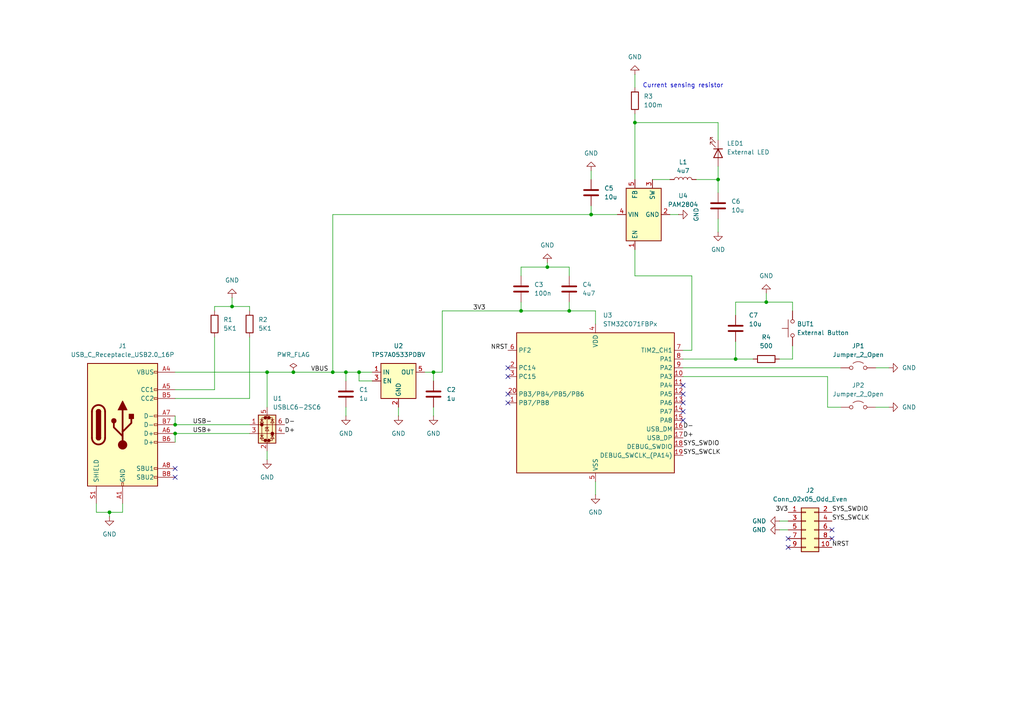
<source format=kicad_sch>
(kicad_sch (version 20250114) (generator "eeschema") (generator_version "9.0")
  (paper "A4")
  (lib_symbols
    (symbol "Connector:USB_C_Receptacle_USB2.0_16P" (pin_names (offset 1.016))
      (property "Reference" "J" (at 0 22.225 0))
      (property "Value" "USB_C_Receptacle_USB2.0_16P" (at 0 19.685 0))
      (symbol "USB_C_Receptacle_USB2.0_16P_0_0"
        (rectangle (start -0.254 -17.78) (end 0.254 -16.764))
        (rectangle (start 10.16 15.494) (end 9.144 14.986))
        (rectangle (start 10.16 10.414) (end 9.144 9.906))
        (rectangle (start 10.16 7.874) (end 9.144 7.366))
        (rectangle (start 10.16 2.794) (end 9.144 2.286))
        (rectangle (start 10.16 0.254) (end 9.144 -0.254))
        (rectangle (start 10.16 -2.286) (end 9.144 -2.794))
        (rectangle (start 10.16 -4.826) (end 9.144 -5.334))
        (rectangle (start 10.16 -12.446) (end 9.144 -12.954))
        (rectangle (start 10.16 -14.986) (end 9.144 -15.494))
      )
      (symbol "USB_C_Receptacle_USB2.0_16P_0_1"
        (rectangle (start -10.16 17.78) (end 10.16 -17.78) (stroke (width 0.254)) (fill (type background)))
        (polyline (pts (xy -8.89 -3.81) (xy -8.89 3.81)) (stroke (width 0.508)))
        (rectangle (start -7.62 -3.81) (end -6.35 3.81) (stroke (width 0.254)) (fill (type outline)))
        (arc (start -7.62 3.81) (mid -6.985 4.4423) (end -6.35 3.81) (stroke (width 0.254)))
        (arc (start -7.62 3.81) (mid -6.985 4.4423) (end -6.35 3.81) (stroke (width 0.254)) (fill (type outline)))
        (arc (start -8.89 3.81) (mid -6.985 5.7067) (end -5.08 3.81) (stroke (width 0.508)))
        (arc (start -5.08 -3.81) (mid -6.985 -5.7067) (end -8.89 -3.81) (stroke (width 0.508)))
        (arc (start -6.35 -3.81) (mid -6.985 -4.4423) (end -7.62 -3.81) (stroke (width 0.254)))
        (arc (start -6.35 -3.81) (mid -6.985 -4.4423) (end -7.62 -3.81) (stroke (width 0.254)) (fill (type outline)))
        (polyline (pts (xy -5.08 3.81) (xy -5.08 -3.81)) (stroke (width 0.508)))
        (circle (center -2.54 1.143) (radius 0.635) (stroke (width 0.254)) (fill (type outline)))
        (polyline (pts (xy -1.27 4.318) (xy 0 6.858) (xy 1.27 4.318) (xy -1.27 4.318)) (stroke (width 0.254)) (fill (type outline)))
        (polyline (pts (xy 0 -2.032) (xy 2.54 0.508) (xy 2.54 1.778)) (stroke (width 0.508)))
        (polyline (pts (xy 0 -3.302) (xy -2.54 -0.762) (xy -2.54 0.508)) (stroke (width 0.508)))
        (polyline (pts (xy 0 -5.842) (xy 0 4.318)) (stroke (width 0.508)))
        (circle (center 0 -5.842) (radius 1.27) (fill (type outline)))
        (rectangle (start 1.905 1.778) (end 3.175 3.048) (stroke (width 0.254)) (fill (type outline)))
      )
      (symbol "USB_C_Receptacle_USB2.0_16P_1_1"
        (pin passive line (at -7.62 -22.86 90) (length 5.08) (name "SHIELD") (number "S1"))
        (pin passive line (at 0 -22.86 90) (length 5.08) (name "GND") (number "A1"))
        (pin passive line (at 0 -22.86 90) (length 5.08) (hide yes) (name "GND") (number "A12"))
        (pin passive line (at 0 -22.86 90) (length 5.08) (hide yes) (name "GND") (number "B1"))
        (pin passive line (at 0 -22.86 90) (length 5.08) (hide yes) (name "GND") (number "B12"))
        (pin passive line (at 15.24 15.24 180) (length 5.08) (name "VBUS") (number "A4"))
        (pin passive line (at 15.24 15.24 180) (length 5.08) (hide yes) (name "VBUS") (number "A9"))
        (pin passive line (at 15.24 15.24 180) (length 5.08) (hide yes) (name "VBUS") (number "B4"))
        (pin passive line (at 15.24 15.24 180) (length 5.08) (hide yes) (name "VBUS") (number "B9"))
        (pin bidirectional line (at 15.24 10.16 180) (length 5.08) (name "CC1") (number "A5"))
        (pin bidirectional line (at 15.24 7.62 180) (length 5.08) (name "CC2") (number "B5"))
        (pin bidirectional line (at 15.24 2.54 180) (length 5.08) (name "D-") (number "A7"))
        (pin bidirectional line (at 15.24 0 180) (length 5.08) (name "D-") (number "B7"))
        (pin bidirectional line (at 15.24 -2.54 180) (length 5.08) (name "D+") (number "A6"))
        (pin bidirectional line (at 15.24 -5.08 180) (length 5.08) (name "D+") (number "B6"))
        (pin bidirectional line (at 15.24 -12.7 180) (length 5.08) (name "SBU1") (number "A8"))
        (pin bidirectional line (at 15.24 -15.24 180) (length 5.08) (name "SBU2") (number "B8"))
      )
    )
    (symbol "Connector_Generic:Conn_02x05_Odd_Even" (pin_names (offset 1.016) (hide yes))
      (property "Reference" "J" (at 1.27 7.62 0))
      (property "Value" "Conn_02x05_Odd_Even" (at 1.27 -7.62 0))
      (symbol "Conn_02x05_Odd_Even_1_1"
        (rectangle (start -1.27 6.35) (end 3.81 -6.35) (stroke (width 0.254)) (fill (type background)))
        (rectangle (start -1.27 5.207) (end 0 4.953) (stroke (width 0.1524)))
        (rectangle (start -1.27 2.667) (end 0 2.413) (stroke (width 0.1524)))
        (rectangle (start -1.27 0.127) (end 0 -0.127) (stroke (width 0.1524)))
        (rectangle (start -1.27 -2.413) (end 0 -2.667) (stroke (width 0.1524)))
        (rectangle (start -1.27 -4.953) (end 0 -5.207) (stroke (width 0.1524)))
        (rectangle (start 3.81 5.207) (end 2.54 4.953) (stroke (width 0.1524)))
        (rectangle (start 3.81 2.667) (end 2.54 2.413) (stroke (width 0.1524)))
        (rectangle (start 3.81 0.127) (end 2.54 -0.127) (stroke (width 0.1524)))
        (rectangle (start 3.81 -2.413) (end 2.54 -2.667) (stroke (width 0.1524)))
        (rectangle (start 3.81 -4.953) (end 2.54 -5.207) (stroke (width 0.1524)))
        (pin passive line (at -5.08 5.08 0) (length 3.81) (name "Pin_1") (number "1"))
        (pin passive line (at -5.08 2.54 0) (length 3.81) (name "Pin_3") (number "3"))
        (pin passive line (at -5.08 0 0) (length 3.81) (name "Pin_5") (number "5"))
        (pin passive line (at -5.08 -2.54 0) (length 3.81) (name "Pin_7") (number "7"))
        (pin passive line (at -5.08 -5.08 0) (length 3.81) (name "Pin_9") (number "9"))
        (pin passive line (at 7.62 5.08 180) (length 3.81) (name "Pin_2") (number "2"))
        (pin passive line (at 7.62 2.54 180) (length 3.81) (name "Pin_4") (number "4"))
        (pin passive line (at 7.62 0 180) (length 3.81) (name "Pin_6") (number "6"))
        (pin passive line (at 7.62 -2.54 180) (length 3.81) (name "Pin_8") (number "8"))
        (pin passive line (at 7.62 -5.08 180) (length 3.81) (name "Pin_10") (number "10"))
      )
    )
    (symbol "Device:C" (pin_numbers (hide yes)) (pin_names (offset 0.254))
      (property "Reference" "C" (at 0.635 2.54 0))
      (property "Value" "C" (at 0.635 -2.54 0))
      (symbol "C_0_1"
        (polyline (pts (xy -2.032 0.762) (xy 2.032 0.762)) (stroke (width 0.508)))
        (polyline (pts (xy -2.032 -0.762) (xy 2.032 -0.762)) (stroke (width 0.508)))
      )
      (symbol "C_1_1"
        (pin passive line (at 0 3.81 270) (length 2.794) (name "~") (number "1"))
        (pin passive line (at 0 -3.81 90) (length 2.794) (name "~") (number "2"))
      )
    )
    (symbol "Device:L" (pin_numbers (hide yes)) (pin_names (offset 1.016) (hide yes))
      (property "Reference" "L" (at -1.27 0 90))
      (property "Value" "L" (at 1.905 0 90))
      (symbol "L_0_1"
        (arc (start 0 2.54) (mid 0.6323 1.905) (end 0 1.27))
        (arc (start 0 1.27) (mid 0.6323 0.635) (end 0 0))
        (arc (start 0 0) (mid 0.6323 -0.635) (end 0 -1.27))
        (arc (start 0 -1.27) (mid 0.6323 -1.905) (end 0 -2.54))
      )
      (symbol "L_1_1"
        (pin passive line (at 0 3.81 270) (length 1.27) (name "1") (number "1"))
        (pin passive line (at 0 -3.81 90) (length 1.27) (name "2") (number "2"))
      )
    )
    (symbol "Device:LED" (pin_numbers (hide yes)) (pin_names (offset 1.016) (hide yes))
      (property "Reference" "D" (at 0 2.54 0))
      (property "Value" "LED" (at 0 -2.54 0))
      (symbol "LED_0_1"
        (polyline (pts (xy -3.048 -0.762) (xy -4.572 -2.286) (xy -3.81 -2.286) (xy -4.572 -2.286) (xy -4.572 -1.524)))
        (polyline (pts (xy -1.778 -0.762) (xy -3.302 -2.286) (xy -2.54 -2.286) (xy -3.302 -2.286) (xy -3.302 -1.524)))
        (polyline (pts (xy -1.27 0) (xy 1.27 0)))
        (polyline (pts (xy -1.27 -1.27) (xy -1.27 1.27)) (stroke (width 0.254)))
        (polyline (pts (xy 1.27 -1.27) (xy 1.27 1.27) (xy -1.27 0) (xy 1.27 -1.27)) (stroke (width 0.254)))
      )
      (symbol "LED_1_1"
        (pin passive line (at -3.81 0 0) (length 2.54) (name "K") (number "1"))
        (pin passive line (at 3.81 0 180) (length 2.54) (name "A") (number "2"))
      )
    )
    (symbol "Device:R" (pin_numbers (hide yes)) (pin_names (offset 0))
      (property "Reference" "R" (at 2.032 0 90))
      (property "Value" "R" (at 0 0 90))
      (symbol "R_0_1"
        (rectangle (start -1.016 -2.54) (end 1.016 2.54) (stroke (width 0.254)))
      )
      (symbol "R_1_1"
        (pin passive line (at 0 3.81 270) (length 1.27) (name "~") (number "1"))
        (pin passive line (at 0 -3.81 90) (length 1.27) (name "~") (number "2"))
      )
    )
    (symbol "Jumper:Jumper_2_Open" (pin_numbers (hide yes)) (pin_names (offset 0) (hide yes))
      (property "Reference" "JP" (at 0 2.794 0))
      (property "Value" "Jumper_2_Open" (at 0 -2.286 0))
      (symbol "Jumper_2_Open_0_0"
        (circle (center -2.032 0) (radius 0.508))
        (circle (center 2.032 0) (radius 0.508))
      )
      (symbol "Jumper_2_Open_0_1"
        (arc (start -1.524 1.27) (mid 0 1.778) (end 1.524 1.27))
      )
      (symbol "Jumper_2_Open_1_1"
        (pin passive line (at -5.08 0 0) (length 2.54) (name "A") (number "1"))
        (pin passive line (at 5.08 0 180) (length 2.54) (name "B") (number "2"))
      )
    )
    (symbol "MCU_ST_STM32C0:STM32C071FBPx"
      (property "Reference" "U" (at -22.86 21.59 0))
      (property "Value" "STM32C071FBPx" (at 2.54 21.59 0))
      (symbol "STM32C071FBPx_0_1"
        (rectangle (start -22.86 -20.32) (end 22.86 20.32) (stroke (width 0.254)) (fill (type background)))
      )
      (symbol "STM32C071FBPx_1_1"
        (pin bidirectional line (at -25.4 15.24 0) (length 2.54) (name "PF2") (number "6"))
        (pin bidirectional line (at -25.4 10.16 0) (length 2.54) (name "PC14") (number "2"))
        (pin bidirectional line (at -25.4 7.62 0) (length 2.54) (name "PC15") (number "3"))
        (pin bidirectional line (at -25.4 2.54 0) (length 2.54) (name "PB3/PB4/PB5/PB6") (number "20"))
        (pin bidirectional line (at -25.4 0 0) (length 2.54) (name "PB7/PB8") (number "1"))
        (pin power_in line (at 0 22.86 270) (length 2.54) (name "VDD") (number "4"))
        (pin power_in line (at 0 -22.86 90) (length 2.54) (name "VSS") (number "5"))
        (pin bidirectional line (at 25.4 15.24 180) (length 2.54) (name "PA0") (number "7") (alternate "TIM2_CH1" bidirectional line))
        (pin bidirectional line (at 25.4 12.7 180) (length 2.54) (name "PA1") (number "8"))
        (pin bidirectional line (at 25.4 10.16 180) (length 2.54) (name "PA2") (number "9"))
        (pin bidirectional line (at 25.4 7.62 180) (length 2.54) (name "PA3") (number "10"))
        (pin bidirectional line (at 25.4 5.08 180) (length 2.54) (name "PA4") (number "11"))
        (pin bidirectional line (at 25.4 2.54 180) (length 2.54) (name "PA5") (number "12") (alternate "TIM2_CH1" bidirectional line))
        (pin bidirectional line (at 25.4 0 180) (length 2.54) (name "PA6") (number "13"))
        (pin bidirectional line (at 25.4 -2.54 180) (length 2.54) (name "PA7") (number "14"))
        (pin bidirectional line (at 25.4 -5.08 180) (length 2.54) (name "PA8") (number "15"))
        (pin bidirectional line (at 25.4 -7.62 180) (length 2.54) (name "PA11") (number "16") (alternate "USB_DM" bidirectional line))
        (pin bidirectional line (at 25.4 -10.16 180) (length 2.54) (name "PA12") (number "17") (alternate "USB_DP" bidirectional line))
        (pin bidirectional line (at 25.4 -12.7 180) (length 2.54) (name "PA13") (number "18") (alternate "DEBUG_SWDIO" bidirectional line))
        (pin bidirectional line (at 25.4 -15.24 180) (length 2.54) (name "PA14/PA15") (number "19") (alternate "DEBUG_SWCLK (PA14)" bidirectional line))
      )
    )
    (symbol "Power_Protection:USBLC6-2SC6" (pin_names (hide yes))
      (property "Reference" "U" (at 0.635 5.715 0))
      (property "Value" "USBLC6-2SC6" (at 0.635 3.81 0))
      (symbol "USBLC6-2SC6_0_0"
        (circle (center -1.524 0) (radius 0.0001) (stroke (width 0.508)))
        (circle (center -0.508 2.032) (radius 0.0001) (stroke (width 0.508)))
        (circle (center -0.508 -4.572) (radius 0.0001) (stroke (width 0.508)))
        (circle (center 0.508 2.032) (radius 0.0001) (stroke (width 0.508)))
        (circle (center 0.508 -4.572) (radius 0.0001) (stroke (width 0.508)))
        (circle (center 1.524 -2.54) (radius 0.0001) (stroke (width 0.508)))
      )
      (symbol "USBLC6-2SC6_0_1"
        (polyline (pts (xy -2.54 0) (xy 2.54 0)))
        (polyline (pts (xy -2.54 -2.54) (xy 2.54 -2.54)))
        (polyline (pts (xy -2.032 0.508) (xy -1.016 0.508) (xy -1.524 1.524) (xy -2.032 0.508)))
        (polyline (pts (xy -2.032 -3.048) (xy -1.016 -3.048)))
        (polyline (pts (xy -1.016 1.524) (xy -2.032 1.524)))
        (polyline (pts (xy -1.016 -4.064) (xy -2.032 -4.064) (xy -1.524 -3.048) (xy -1.016 -4.064)))
        (polyline (pts (xy -0.508 -1.143) (xy -0.508 -0.762) (xy 0.508 -0.762)))
        (polyline (pts (xy 0 2.54) (xy -0.508 2.032) (xy 0.508 2.032) (xy 0 1.524) (xy 0 -4.064) (xy -0.508 -4.572) (xy 0.508 -4.572) (xy 0 -5.08)))
        (polyline (pts (xy 0.508 -1.778) (xy -0.508 -1.778) (xy 0 -0.762) (xy 0.508 -1.778)))
        (polyline (pts (xy 1.016 1.524) (xy 2.032 1.524)))
        (polyline (pts (xy 1.016 -3.048) (xy 2.032 -3.048)))
        (polyline (pts (xy 2.032 0.508) (xy 1.016 0.508) (xy 1.524 1.524) (xy 2.032 0.508)))
        (polyline (pts (xy 2.032 -4.064) (xy 1.016 -4.064) (xy 1.524 -3.048) (xy 2.032 -4.064)))
      )
      (symbol "USBLC6-2SC6_1_1"
        (rectangle (start -2.54 2.794) (end 2.54 -5.334) (stroke (width 0.254)) (fill (type background)))
        (polyline (pts (xy -0.508 2.032) (xy -1.524 2.032) (xy -1.524 -4.572) (xy -0.508 -4.572)))
        (polyline (pts (xy 0.508 -4.572) (xy 1.524 -4.572) (xy 1.524 2.032) (xy 0.508 2.032)))
        (pin passive line (at -5.08 0 0) (length 2.54) (name "I/O1") (number "1"))
        (pin passive line (at -5.08 -2.54 0) (length 2.54) (name "I/O2") (number "3"))
        (pin passive line (at 0 5.08 270) (length 2.54) (name "VBUS") (number "5"))
        (pin passive line (at 0 -7.62 90) (length 2.54) (name "GND") (number "2"))
        (pin passive line (at 5.08 0 180) (length 2.54) (name "I/O1") (number "6"))
        (pin passive line (at 5.08 -2.54 180) (length 2.54) (name "I/O2") (number "4"))
      )
    )
    (symbol "Project_Components:PAM2804"
      (property "Reference" "U" (at -6.35 6.35 0))
      (property "Value" "PAM2804" (at 7.62 6.35 0))
      (symbol "PAM2804_0_1"
        (rectangle (start -7.62 5.08) (end 7.62 -5.08) (stroke (width 0.254)) (fill (type background)))
      )
      (symbol "PAM2804_1_1"
        (pin input line (at -10.16 2.54 0) (length 2.54) (name "EN") (number "1"))
        (pin power_in line (at 0 7.62 270) (length 2.54) (name "VIN") (number "4"))
        (pin power_in line (at 0 -7.62 90) (length 2.54) (name "GND") (number "2"))
        (pin input line (at 10.16 2.54 180) (length 2.54) (name "FB") (number "5"))
        (pin open_collector line (at 10.16 -2.54 180) (length 2.54) (name "SW") (number "3"))
      )
    )
    (symbol "Regulator_Linear:TPS7A0533PDBV"
      (property "Reference" "U" (at -3.81 6.35 0))
      (property "Value" "TPS7A0533PDBV" (at 6.35 6.35 0))
      (symbol "TPS7A0533PDBV_0_1"
        (rectangle (start -5.08 -5.08) (end 5.08 5.08) (stroke (width 0.254)) (fill (type background)))
        (pin power_in line (at -7.62 2.54 0) (length 2.54) (name "IN") (number "1"))
        (pin input line (at -7.62 0 0) (length 2.54) (name "EN") (number "3"))
        (pin power_in line (at 0 -7.62 90) (length 2.54) (name "GND") (number "2"))
        (pin no_connect line (at 5.08 0 180) (length 2.54) (hide yes) (name "NC") (number "4"))
        (pin power_out line (at 7.62 2.54 180) (length 2.54) (name "OUT") (number "5"))
      )
    )
    (symbol "Switch:SW_Push" (pin_numbers (hide yes)) (pin_names (offset 1.016) (hide yes))
      (property "Reference" "SW" (at 1.27 2.54 0))
      (property "Value" "SW_Push" (at 0 -1.524 0))
      (symbol "SW_Push_0_1"
        (circle (center -2.032 0) (radius 0.508))
        (polyline (pts (xy 0 1.27) (xy 0 3.048)))
        (circle (center 2.032 0) (radius 0.508))
        (polyline (pts (xy 2.54 1.27) (xy -2.54 1.27)))
        (pin passive line (at -5.08 0 0) (length 2.54) (name "1") (number "1"))
        (pin passive line (at 5.08 0 180) (length 2.54) (name "2") (number "2"))
      )
    )
    (symbol "power:GND" (power) (pin_numbers (hide yes)) (pin_names (offset 0) (hide yes))
      (property "Value" "GND" (at 0 -3.81 0))
      (symbol "GND_0_1"
        (polyline (pts (xy 0 0) (xy 0 -1.27) (xy 1.27 -1.27) (xy 0 -2.54) (xy -1.27 -1.27) (xy 0 -1.27)))
      )
      (symbol "GND_1_1"
        (pin power_in line (at 0 0 270) (length 0) (name "~") (number "1"))
      )
    )
    (symbol "power:PWR_FLAG" (power) (pin_numbers (hide yes)) (pin_names (offset 0) (hide yes))
      (property "Value" "PWR_FLAG" (at 0 3.81 0))
      (symbol "PWR_FLAG_0_0"
        (pin power_out line (at 0 0 90) (length 0) (name "~") (number "1"))
      )
      (symbol "PWR_FLAG_0_1"
        (polyline (pts (xy 0 0) (xy 0 1.27) (xy -1.016 1.905) (xy 0 2.54) (xy 1.016 1.905) (xy 0 1.27)))
      )
    )
  )
  (text "Current sensing resistor" (at 198.12 24.892 0) (effects (font (size 1.27 1.27))))
  (junction (at 50.8 123.19))
  (junction (at 158.75 77.47))
  (junction (at 100.33 107.95))
  (junction (at 151.13 90.17))
  (junction (at 208.28 52.07))
  (junction (at 31.75 148.59))
  (junction (at 96.52 107.95))
  (junction (at 184.15 35.56))
  (junction (at 171.45 62.23))
  (junction (at 125.73 107.95))
  (junction (at 165.1 90.17))
  (junction (at 104.14 107.95))
  (junction (at 77.47 107.95))
  (junction (at 67.31 88.9))
  (junction (at 50.8 125.73))
  (junction (at 85.09 107.95))
  (junction (at 222.25 87.63))
  (junction (at 213.36 104.14))
  (no_connect (at 198.12 116.84))
  (no_connect (at 147.32 116.84))
  (no_connect (at 50.8 138.43))
  (no_connect (at 241.3 153.67))
  (no_connect (at 147.32 106.68))
  (no_connect (at 198.12 119.38))
  (no_connect (at 147.32 109.22))
  (no_connect (at 228.6 156.21))
  (no_connect (at 50.8 135.89))
  (no_connect (at 228.6 158.75))
  (no_connect (at 147.32 114.3))
  (no_connect (at 241.3 156.21))
  (no_connect (at 198.12 114.3))
  (no_connect (at 198.12 111.76))
  (no_connect (at 198.12 121.92))
  (wire (pts (xy 171.45 62.23) (xy 179.07 62.23)))
  (wire (pts (xy 254 106.68) (xy 257.81 106.68)))
  (wire (pts (xy 31.75 148.59) (xy 31.75 149.86)))
  (wire (pts (xy 151.13 77.47) (xy 158.75 77.47)))
  (wire (pts (xy 200.66 101.6) (xy 200.66 80.01)))
  (wire (pts (xy 208.28 52.07) (xy 208.28 55.88)))
  (wire (pts (xy 104.14 110.49) (xy 104.14 107.95)))
  (wire (pts (xy 201.93 52.07) (xy 208.28 52.07)))
  (wire (pts (xy 100.33 118.11) (xy 100.33 120.65)))
  (wire (pts (xy 240.03 118.11) (xy 243.84 118.11)))
  (wire (pts (xy 213.36 99.06) (xy 213.36 104.14)))
  (wire (pts (xy 100.33 107.95) (xy 100.33 110.49)))
  (wire (pts (xy 115.57 118.11) (xy 115.57 120.65)))
  (wire (pts (xy 158.75 77.47) (xy 165.1 77.47)))
  (wire (pts (xy 85.09 107.95) (xy 96.52 107.95)))
  (wire (pts (xy 198.12 104.14) (xy 213.36 104.14)))
  (wire (pts (xy 208.28 35.56) (xy 184.15 35.56)))
  (wire (pts (xy 158.75 76.2) (xy 158.75 77.47)))
  (wire (pts (xy 50.8 125.73) (xy 72.39 125.73)))
  (wire (pts (xy 172.72 90.17) (xy 172.72 93.98)))
  (wire (pts (xy 107.95 110.49) (xy 104.14 110.49)))
  (wire (pts (xy 184.15 33.02) (xy 184.15 35.56)))
  (wire (pts (xy 62.23 90.17) (xy 62.23 88.9)))
  (wire (pts (xy 96.52 107.95) (xy 100.33 107.95)))
  (wire (pts (xy 125.73 118.11) (xy 125.73 120.65)))
  (wire (pts (xy 213.36 104.14) (xy 218.44 104.14)))
  (wire (pts (xy 125.73 110.49) (xy 125.73 107.95)))
  (wire (pts (xy 165.1 87.63) (xy 165.1 90.17)))
  (wire (pts (xy 50.8 120.65) (xy 50.8 123.19)))
  (wire (pts (xy 35.56 148.59) (xy 35.56 146.05)))
  (wire (pts (xy 72.39 88.9) (xy 72.39 90.17)))
  (wire (pts (xy 151.13 90.17) (xy 165.1 90.17)))
  (wire (pts (xy 62.23 88.9) (xy 67.31 88.9)))
  (wire (pts (xy 77.47 107.95) (xy 85.09 107.95)))
  (wire (pts (xy 208.28 52.07) (xy 208.28 48.26)))
  (wire (pts (xy 77.47 107.95) (xy 77.47 118.11)))
  (wire (pts (xy 184.15 35.56) (xy 184.15 52.07)))
  (wire (pts (xy 198.12 106.68) (xy 243.84 106.68)))
  (wire (pts (xy 165.1 77.47) (xy 165.1 80.01)))
  (wire (pts (xy 96.52 62.23) (xy 171.45 62.23)))
  (wire (pts (xy 240.03 109.22) (xy 240.03 118.11)))
  (wire (pts (xy 50.8 113.03) (xy 62.23 113.03)))
  (wire (pts (xy 50.8 125.73) (xy 50.8 128.27)))
  (wire (pts (xy 213.36 87.63) (xy 213.36 91.44)))
  (wire (pts (xy 123.19 107.95) (xy 125.73 107.95)))
  (wire (pts (xy 213.36 87.63) (xy 222.25 87.63)))
  (wire (pts (xy 222.25 85.09) (xy 222.25 87.63)))
  (wire (pts (xy 100.33 107.95) (xy 104.14 107.95)))
  (wire (pts (xy 171.45 59.69) (xy 171.45 62.23)))
  (wire (pts (xy 128.27 107.95) (xy 128.27 90.17)))
  (wire (pts (xy 72.39 115.57) (xy 72.39 97.79)))
  (wire (pts (xy 62.23 113.03) (xy 62.23 97.79)))
  (wire (pts (xy 151.13 87.63) (xy 151.13 90.17)))
  (wire (pts (xy 226.06 151.13) (xy 228.6 151.13)))
  (wire (pts (xy 229.87 87.63) (xy 229.87 90.17)))
  (wire (pts (xy 27.94 146.05) (xy 27.94 148.59)))
  (wire (pts (xy 27.94 148.59) (xy 31.75 148.59)))
  (wire (pts (xy 165.1 90.17) (xy 172.72 90.17)))
  (wire (pts (xy 171.45 49.53) (xy 171.45 52.07)))
  (wire (pts (xy 184.15 21.59) (xy 184.15 25.4)))
  (wire (pts (xy 189.23 52.07) (xy 194.31 52.07)))
  (wire (pts (xy 200.66 80.01) (xy 184.15 80.01)))
  (wire (pts (xy 172.72 139.7) (xy 172.72 143.51)))
  (wire (pts (xy 96.52 62.23) (xy 96.52 107.95)))
  (wire (pts (xy 229.87 104.14) (xy 229.87 100.33)))
  (wire (pts (xy 77.47 130.81) (xy 77.47 133.35)))
  (wire (pts (xy 194.31 62.23) (xy 196.85 62.23)))
  (wire (pts (xy 151.13 77.47) (xy 151.13 80.01)))
  (wire (pts (xy 67.31 88.9) (xy 67.31 86.36)))
  (wire (pts (xy 208.28 40.64) (xy 208.28 35.56)))
  (wire (pts (xy 184.15 80.01) (xy 184.15 72.39)))
  (wire (pts (xy 50.8 115.57) (xy 72.39 115.57)))
  (wire (pts (xy 67.31 88.9) (xy 72.39 88.9)))
  (wire (pts (xy 125.73 107.95) (xy 128.27 107.95)))
  (wire (pts (xy 198.12 109.22) (xy 240.03 109.22)))
  (wire (pts (xy 208.28 63.5) (xy 208.28 67.31)))
  (wire (pts (xy 50.8 123.19) (xy 72.39 123.19)))
  (wire (pts (xy 226.06 104.14) (xy 229.87 104.14)))
  (wire (pts (xy 200.66 101.6) (xy 198.12 101.6)))
  (wire (pts (xy 104.14 107.95) (xy 107.95 107.95)))
  (wire (pts (xy 128.27 90.17) (xy 151.13 90.17)))
  (wire (pts (xy 254 118.11) (xy 257.81 118.11)))
  (wire (pts (xy 226.06 153.67) (xy 228.6 153.67)))
  (wire (pts (xy 50.8 107.95) (xy 77.47 107.95)))
  (wire (pts (xy 222.25 87.63) (xy 229.87 87.63)))
  (wire (pts (xy 31.75 148.59) (xy 35.56 148.59)))
  (label "D+" (at 82.55 125.73 0))
  (label "USB-" (at 55.88 123.19 0))
  (label "SYS_SWCLK" (at 198.12 132.08 0))
  (label "3V3" (at 228.6 148.59 180))
  (label "D-" (at 198.12 124.46 0))
  (label "SYS_SWCLK" (at 241.3 151.13 0))
  (label "D-" (at 82.55 123.19 0))
  (label "USB+" (at 55.88 125.73 0))
  (label "VBUS" (at 90.17 107.95 0))
  (label "NRST" (at 147.32 101.6 180))
  (label "D+" (at 198.12 127 0))
  (label "NRST" (at 241.3 158.75 0))
  (label "3V3" (at 137.16 90.17 0))
  (label "SYS_SWDIO" (at 241.3 148.59 0))
  (label "SYS_SWDIO" (at 198.12 129.54 0))
  (symbol (lib_id "power:GND") (at 100.33 120.65 0) (unit 1)
    (property "Reference" "#PWR04" (effects (hide yes)))
    (property "Value" "GND" (at 98.298 125.73 0) (effects (justify left)))
    (property "Description" "Power symbol creates a global label with name \"GND\" , ground" (effects (hide yes)))
  )
  (symbol (lib_id "Connector_Generic:Conn_02x05_Odd_Even") (at 233.68 153.67 0) (unit 1)
    (property "Reference" "J2" (at 234.95 142.24 0))
    (property "Value" "Conn_02x05_Odd_Even" (at 234.95 144.78 0))
    (property "Footprint" "Project_Footprints:SAMTEC_FTSH-105-XX-X-DV" (effects (hide yes)))
    (property "Description" "Generic connector, double row, 02x05, odd/even pin numbering scheme (row 1 odd numbers, row 2 even numbers), script generated (kicad-library-utils/schlib/autogen/connector/)" (effects (hide yes)))
    (property "LCSC Part #" "C448647" (effects (hide yes)))
  )
  (symbol (lib_id "Jumper:Jumper_2_Open") (at 248.92 106.68 0) (unit 1)
    (property "Reference" "JP1" (at 248.92 100.33 0))
    (property "Value" "Jumper_2_Open" (at 248.92 102.87 0))
    (property "Footprint" "Connector_PinHeader_2.54mm:PinHeader_1x02_P2.54mm_Vertical" (effects (hide yes)))
    (property "Description" "Jumper, 2-pole, open" (effects (hide yes)))
  )
  (symbol (lib_id "Device:C") (at 100.33 114.3 0) (unit 1)
    (property "Reference" "C1" (at 104.14 113.0299 0) (effects (justify left)))
    (property "Value" "1u" (at 104.14 115.5699 0) (effects (justify left)))
    (property "Footprint" "Capacitor_SMD:C_0402_1005Metric" (effects (hide yes)))
    (property "Description" "Unpolarized capacitor" (effects (hide yes)))
    (property "LCSC Part #" "C52923" (effects (hide yes)))
  )
  (symbol (lib_id "power:GND") (at 184.15 21.59 180) (unit 1)
    (property "Reference" "#PWR010" (effects (hide yes)))
    (property "Value" "GND" (at 184.15 16.51 0))
    (property "Description" "Power symbol creates a global label with name \"GND\" , ground" (effects (hide yes)))
  )
  (symbol (lib_id "power:GND") (at 172.72 143.51 0) (unit 1)
    (property "Reference" "#PWR09" (effects (hide yes)))
    (property "Value" "GND" (at 172.72 148.59 0))
    (property "Description" "Power symbol creates a global label with name \"GND\" , ground" (effects (hide yes)))
  )
  (symbol (lib_id "power:GND") (at 158.75 76.2 180) (unit 1)
    (property "Reference" "#PWR07" (effects (hide yes)))
    (property "Value" "GND" (at 158.75 71.12 0))
    (property "Description" "Power symbol creates a global label with name \"GND\" , ground" (effects (hide yes)))
  )
  (symbol (lib_id "Device:C") (at 208.28 59.69 0) (unit 1)
    (property "Reference" "C6" (at 212.09 58.4199 0) (effects (justify left)))
    (property "Value" "10u" (at 212.09 60.9599 0) (effects (justify left)))
    (property "Footprint" "Capacitor_SMD:C_0402_1005Metric" (effects (hide yes)))
    (property "Description" "Unpolarized capacitor" (effects (hide yes)))
    (property "LCSC Part #" "C15525" (effects (hide yes)))
  )
  (symbol (lib_id "Device:R") (at 62.23 93.98 0) (unit 1)
    (property "Reference" "R1" (at 64.77 92.7099 0) (effects (justify left)))
    (property "Value" "5K1" (at 64.77 95.2499 0) (effects (justify left)))
    (property "Footprint" "Resistor_SMD:R_0402_1005Metric" (effects (hide yes)))
    (property "Description" "Resistor" (effects (hide yes)))
    (property "LCSC Part #" "C25905" (effects (hide yes)))
  )
  (symbol (lib_id "power:GND") (at 196.85 62.23 90) (unit 1)
    (property "Reference" "#PWR011" (effects (hide yes)))
    (property "Value" "GND" (at 201.93 62.23 0))
    (property "Description" "Power symbol creates a global label with name \"GND\" , ground" (effects (hide yes)))
  )
  (symbol (lib_id "Device:L") (at 198.12 52.07 90) (unit 1)
    (property "Reference" "L1" (at 198.12 46.99 90))
    (property "Value" "4u7" (at 198.12 49.53 90))
    (property "Footprint" "Inductor_SMD:L_1008_2520Metric" (effects (hide yes)))
    (property "Description" "Inductor" (effects (hide yes)))
  )
  (symbol (lib_id "Switch:SW_Push") (at 229.87 95.25 90) (unit 1) (in_bom no)
    (property "Reference" "BUT1" (at 231.14 93.9799 90) (effects (justify right)))
    (property "Value" "External Button" (at 231.14 96.5199 90) (effects (justify right)))
    (property "Footprint" "Connector_PinHeader_2.54mm:PinHeader_1x02_P2.54mm_Vertical" (effects (hide yes)))
    (property "Description" "Push button switch, generic, two pins" (effects (hide yes)))
  )
  (symbol (lib_id "power:GND") (at 226.06 151.13 270) (unit 1)
    (property "Reference" "#PWR014" (effects (hide yes)))
    (property "Value" "GND" (at 222.25 151.1299 90) (effects (justify right)))
    (property "Description" "Power symbol creates a global label with name \"GND\" , ground" (effects (hide yes)))
  )
  (symbol (lib_id "Device:C") (at 171.45 55.88 0) (unit 1)
    (property "Reference" "C5" (at 175.26 54.6099 0) (effects (justify left)))
    (property "Value" "10u" (at 175.26 57.1499 0) (effects (justify left)))
    (property "Footprint" "Capacitor_SMD:C_0402_1005Metric" (effects (hide yes)))
    (property "Description" "Unpolarized capacitor" (effects (hide yes)))
    (property "LCSC Part #" "C15525" (effects (hide yes)))
  )
  (symbol (lib_id "power:GND") (at 31.75 149.86 0) (unit 1)
    (property "Reference" "#PWR01" (effects (hide yes)))
    (property "Value" "GND" (at 31.75 154.94 0))
    (property "Description" "Power symbol creates a global label with name \"GND\" , ground" (effects (hide yes)))
  )
  (symbol (lib_id "Device:LED") (at 208.28 44.45 270) (unit 1) (in_bom no)
    (property "Reference" "LED1" (at 210.82 41.5924 90) (effects (justify left)))
    (property "Value" "External LED" (at 210.82 44.1324 90) (effects (justify left)))
    (property "Footprint" "Connector_PinHeader_2.54mm:PinHeader_1x02_P2.54mm_Vertical" (effects (hide yes)))
    (property "Description" "Light emitting diode" (effects (hide yes)))
    (property "Sim.Pins" "1=K 2=A" (effects (hide yes)))
  )
  (symbol (lib_id "Device:C") (at 151.13 83.82 0) (unit 1)
    (property "Reference" "C3" (at 154.94 82.5499 0) (effects (justify left)))
    (property "Value" "100n" (at 154.94 85.0899 0) (effects (justify left)))
    (property "Footprint" "Capacitor_SMD:C_0402_1005Metric" (effects (hide yes)))
    (property "Description" "Unpolarized capacitor" (effects (hide yes)))
    (property "LCSC Part #" "C1525" (effects (hide yes)))
  )
  (symbol (lib_id "Device:C") (at 165.1 83.82 0) (unit 1)
    (property "Reference" "C4" (at 168.91 82.5499 0) (effects (justify left)))
    (property "Value" "4u7" (at 168.91 85.0899 0) (effects (justify left)))
    (property "Footprint" "Capacitor_SMD:C_0402_1005Metric" (effects (hide yes)))
    (property "Description" "Unpolarized capacitor" (effects (hide yes)))
    (property "LCSC Part #" "C23733" (effects (hide yes)))
  )
  (symbol (lib_id "Power_Protection:USBLC6-2SC6") (at 77.47 123.19 0) (unit 1)
    (property "Reference" "U1" (at 79.1211 115.57 0) (effects (justify left)))
    (property "Value" "USBLC6-2SC6" (at 79.1211 118.11 0) (effects (justify left)))
    (property "Footprint" "Package_TO_SOT_SMD:SOT-23-6" (effects (hide yes)))
    (property "Datasheet" "https://www.st.com/resource/en/datasheet/usblc6-2.pdf" (effects (hide yes)))
    (property "Description" "Very low capacitance ESD protection diode, 2 data-line, SOT-23-6" (effects (hide yes)))
    (property "LCSC Part #" "C7519" (effects (hide yes)))
  )
  (symbol (lib_id "power:GND") (at 115.57 120.65 0) (unit 1)
    (property "Reference" "#PWR05" (effects (hide yes)))
    (property "Value" "GND" (at 115.57 125.73 0))
    (property "Description" "Power symbol creates a global label with name \"GND\" , ground" (effects (hide yes)))
  )
  (symbol (lib_id "power:GND") (at 257.81 118.11 90) (unit 1)
    (property "Reference" "#PWR017" (effects (hide yes)))
    (property "Value" "GND" (at 261.62 118.1099 90) (effects (justify right)))
    (property "Description" "Power symbol creates a global label with name \"GND\" , ground" (effects (hide yes)))
  )
  (symbol (lib_id "power:GND") (at 208.28 67.31 0) (unit 1)
    (property "Reference" "#PWR012" (effects (hide yes)))
    (property "Value" "GND" (at 208.28 72.39 0))
    (property "Description" "Power symbol creates a global label with name \"GND\" , ground" (effects (hide yes)))
  )
  (symbol (lib_id "power:GND") (at 67.31 86.36 180) (unit 1)
    (property "Reference" "#PWR02" (effects (hide yes)))
    (property "Value" "GND" (at 67.31 81.28 0))
    (property "Description" "Power symbol creates a global label with name \"GND\" , ground" (effects (hide yes)))
  )
  (symbol (lib_id "power:GND") (at 222.25 85.09 180) (unit 1)
    (property "Reference" "#PWR013" (effects (hide yes)))
    (property "Value" "GND" (at 222.25 80.01 0))
    (property "Description" "Power symbol creates a global label with name \"GND\" , ground" (effects (hide yes)))
  )
  (symbol (lib_id "power:GND") (at 77.47 133.35 0) (unit 1)
    (property "Reference" "#PWR03" (effects (hide yes)))
    (property "Value" "GND" (at 77.47 138.43 0))
    (property "Description" "Power symbol creates a global label with name \"GND\" , ground" (effects (hide yes)))
  )
  (symbol (lib_id "power:GND") (at 171.45 49.53 180) (unit 1)
    (property "Reference" "#PWR08" (effects (hide yes)))
    (property "Value" "GND" (at 171.45 44.45 0))
    (property "Description" "Power symbol creates a global label with name \"GND\" , ground" (effects (hide yes)))
  )
  (symbol (lib_id "Device:R") (at 222.25 104.14 90) (unit 1)
    (property "Reference" "R4" (at 222.25 97.79 90))
    (property "Value" "500" (at 222.25 100.33 90))
    (property "Footprint" "Resistor_SMD:R_0402_1005Metric" (effects (hide yes)))
    (property "Description" "Resistor" (effects (hide yes)))
    (property "LCSC Part #" "C25123" (effects (hide yes)))
  )
  (symbol (lib_id "Device:C") (at 125.73 114.3 0) (unit 1)
    (property "Reference" "C2" (at 129.54 113.0299 0) (effects (justify left)))
    (property "Value" "1u" (at 129.54 115.5699 0) (effects (justify left)))
    (property "Footprint" "Capacitor_SMD:C_0402_1005Metric" (effects (hide yes)))
    (property "Description" "Unpolarized capacitor" (effects (hide yes)))
    (property "LCSC Part #" "C52923" (effects (hide yes)))
  )
  (symbol (lib_id "Connector:USB_C_Receptacle_USB2.0_16P") (at 35.56 123.19 0) (unit 1)
    (property "Reference" "J1" (at 35.56 100.33 0))
    (property "Value" "USB_C_Receptacle_USB2.0_16P" (at 35.56 102.87 0))
    (property "Footprint" "Connector_USB:USB_C_Receptacle_GCT_USB4105-xx-A_16P_TopMnt_Horizontal" (effects (hide yes)))
    (property "Datasheet" "https://www.usb.org/sites/default/files/documents/usb_type-c.zip" (effects (hide yes)))
    (property "Description" "USB 2.0-only 16P Type-C Receptacle connector" (effects (hide yes)))
    (property "LCSC Part #" "C165948" (effects (hide yes)))
  )
  (symbol (lib_id "MCU_ST_STM32C0:STM32C071FBPx") (at 172.72 116.84 0) (unit 1)
    (property "Reference" "U3" (at 174.8633 91.44 0) (effects (justify left)))
    (property "Value" "STM32C071FBPx" (at 174.8633 93.98 0) (effects (justify left)))
    (property "Footprint" "Package_SO:TSSOP-20_4.4x6.5mm_P0.65mm" (effects (hide yes)))
    (property "Datasheet" "https://www.st.com/resource/en/datasheet/stm32c071fb.pdf" (effects (hide yes)))
    (property "Description" "STMicroelectronics Arm Cortex-M0+ MCU, 128KB flash, 24KB RAM, 18 GPIO, TSSOP20_GP" (effects (hide yes)))
    (pin "7" (alternate "TIM2_CH1"))
    (pin "16" (alternate "USB_DM"))
    (pin "17" (alternate "USB_DP"))
    (pin "18" (alternate "DEBUG_SWDIO"))
    (pin "19" (alternate "DEBUG_SWCLK (PA14)"))
  )
  (symbol (lib_id "Device:C") (at 213.36 95.25 0) (unit 1)
    (property "Reference" "C7" (at 217.17 91.4399 0) (effects (justify left)))
    (property "Value" "10u" (at 217.17 93.9799 0) (effects (justify left)))
    (property "Footprint" "Capacitor_SMD:C_0402_1005Metric" (effects (hide yes)))
    (property "Description" "Unpolarized capacitor" (effects (hide yes)))
    (property "LCSC Part #" "C15525" (effects (hide yes)))
  )
  (symbol (lib_id "power:GND") (at 226.06 153.67 270) (unit 1)
    (property "Reference" "#PWR015" (effects (hide yes)))
    (property "Value" "GND" (at 222.25 153.6699 90) (effects (justify right)))
    (property "Description" "Power symbol creates a global label with name \"GND\" , ground" (effects (hide yes)))
  )
  (symbol (lib_id "Regulator_Linear:TPS7A0533PDBV") (at 115.57 110.49 0) (unit 1)
    (property "Reference" "U2" (at 115.57 100.33 0))
    (property "Value" "TPS7A0533PDBV" (at 115.57 102.87 0))
    (property "Footprint" "Package_TO_SOT_SMD:SOT-23-5" (effects (hide yes)))
    (property "Datasheet" "https://www.ti.com/lit/ds/symlink/tps7a05.pdf" (effects (hide yes)))
    (property "Description" "200-mA Ultra-Low-Iq LDO, 3.3V, SOT-23-5" (effects (hide yes)))
    (property "LCSC Part #" "C2862740" (effects (hide yes)))
  )
  (symbol (lib_id "power:GND") (at 257.81 106.68 90) (unit 1)
    (property "Reference" "#PWR016" (effects (hide yes)))
    (property "Value" "GND" (at 261.62 106.6799 90) (effects (justify right)))
    (property "Description" "Power symbol creates a global label with name \"GND\" , ground" (effects (hide yes)))
  )
  (symbol (lib_id "Device:R") (at 184.15 29.21 0) (unit 1)
    (property "Reference" "R3" (at 186.69 27.9399 0) (effects (justify left)))
    (property "Value" "100m" (at 186.69 30.4799 0) (effects (justify left)))
    (property "Footprint" "Resistor_SMD:R_1206_3216Metric" (effects (hide yes)))
    (property "Description" "Resistor" (effects (hide yes)))
    (property "LCSC Part #" "C25334" (effects (hide yes)))
  )
  (symbol (lib_id "power:PWR_FLAG") (at 85.09 107.95 0) (unit 1)
    (property "Reference" "#FLG01" (effects (hide yes)))
    (property "Value" "PWR_FLAG" (at 85.09 102.87 0))
    (property "Description" "Special symbol for telling ERC where power comes from" (effects (hide yes)))
  )
  (symbol (lib_id "Project_Components:PAM2804") (at 186.69 62.23 90) (unit 1)
    (property "Reference" "U4" (at 198.12 56.7846 90))
    (property "Value" "PAM2804" (at 198.12 59.3246 90))
    (property "Footprint" "Package_TO_SOT_SMD:TSOT-23-5" (effects (hide yes)))
    (property "Datasheet" "https://www.diodes.com/assets/Datasheets/PAM2804.pdf" (effects (hide yes)))
    (property "Description" "6.5V 1A Constant Current Buck LED Driver IC, TSOT-23-5" (effects (hide yes)))
    (property "LCSC Part #" "C71463" (effects (hide yes)))
  )
  (symbol (lib_id "Device:R") (at 72.39 93.98 0) (unit 1)
    (property "Reference" "R2" (at 74.93 92.7099 0) (effects (justify left)))
    (property "Value" "5K1" (at 74.93 95.2499 0) (effects (justify left)))
    (property "Footprint" "Resistor_SMD:R_0402_1005Metric" (effects (hide yes)))
    (property "Description" "Resistor" (effects (hide yes)))
    (property "LCSC Part #" "C25905" (effects (hide yes)))
  )
  (symbol (lib_id "power:GND") (at 125.73 120.65 0) (unit 1)
    (property "Reference" "#PWR06" (effects (hide yes)))
    (property "Value" "GND" (at 125.73 125.73 0))
    (property "Description" "Power symbol creates a global label with name \"GND\" , ground" (effects (hide yes)))
  )
  (symbol (lib_id "Jumper:Jumper_2_Open") (at 248.92 118.11 0) (unit 1)
    (property "Reference" "JP2" (at 248.92 111.76 0))
    (property "Value" "Jumper_2_Open" (at 248.92 114.3 0))
    (property "Footprint" "Connector_PinHeader_2.54mm:PinHeader_1x02_P2.54mm_Vertical" (effects (hide yes)))
    (property "Description" "Jumper, 2-pole, open" (effects (hide yes)))
  )
)
</source>
